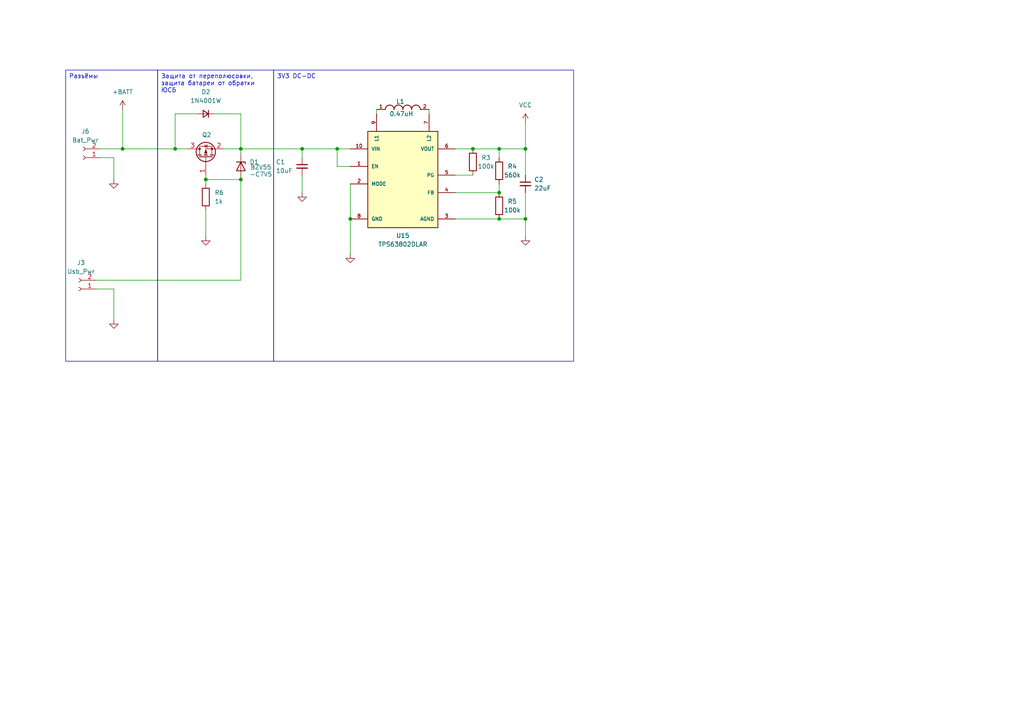
<source format=kicad_sch>
(kicad_sch (version 20250114) (generator "eeschema") (generator_version "9.0")
  (paper "A4")
  (title_block (title "Ornex Z-Lock") (date "2025-06-05") (rev "0.0.4") (company "Ornex") (comment 1 "Схема питания"))
  (lib_symbols
    (symbol "Connector:Conn_01x02_Socket" (pin_names (offset 1.016) (hide yes))
      (property "Reference" "J" (at 0 2.54 0))
      (property "Value" "Conn_01x02_Socket" (at 0 -5.08 0))
      (symbol "Conn_01x02_Socket_1_1"
        (polyline (pts (xy -1.27 0) (xy -0.508 0)) (stroke (width 0.1524)))
        (polyline (pts (xy -1.27 -2.54) (xy -0.508 -2.54)) (stroke (width 0.1524)))
        (arc (start 0 -0.508) (mid -0.5058 0) (end 0 0.508) (stroke (width 0.1524)))
        (arc (start 0 -3.048) (mid -0.5058 -2.54) (end 0 -2.032) (stroke (width 0.1524)))
        (pin passive line (at -5.08 0 0) (length 3.81) (name "Pin_1") (number "1"))
        (pin passive line (at -5.08 -2.54 0) (length 3.81) (name "Pin_2") (number "2"))
      )
    )
    (symbol "DFE201612E-2R2M_P2:DFE201612E-2R2M=P2" (pin_names (offset 1.016))
      (property "Reference" "L" (at -7.62 5.08 0))
      (property "Value" "DFE201612E-2R2M=P2" (at -7.62 2.54 0))
      (symbol "DFE201612E-2R2M=P2_0_0"
        (arc (start -5.08 0) (mid -3.81 1.2645) (end -2.54 0) (stroke (width 0.254)))
        (arc (start -2.54 0) (mid -1.27 1.2645) (end 0 0) (stroke (width 0.254)))
        (arc (start 0 0) (mid 1.27 1.2645) (end 2.54 0) (stroke (width 0.254)))
        (arc (start 2.54 0) (mid 3.81 1.2645) (end 5.08 0) (stroke (width 0.254)))
        (pin passive line (at -7.62 0 0) (length 2.54) (name "~") (number "1"))
        (pin passive line (at 7.62 0 180) (length 2.54) (name "~") (number "2"))
      )
    )
    (symbol "Device:C_Small" (pin_numbers (hide yes)) (pin_names (offset 0.254) (hide yes))
      (property "Reference" "C" (at 0.254 1.778 0))
      (property "Value" "C_Small" (at 0.254 -2.032 0))
      (symbol "C_Small_0_1"
        (polyline (pts (xy -1.524 0.508) (xy 1.524 0.508)) (stroke (width 0.3048)))
        (polyline (pts (xy -1.524 -0.508) (xy 1.524 -0.508)) (stroke (width 0.3302)))
      )
      (symbol "C_Small_1_1"
        (pin passive line (at 0 2.54 270) (length 2.032) (name "~") (number "1"))
        (pin passive line (at 0 -2.54 90) (length 2.032) (name "~") (number "2"))
      )
    )
    (symbol "Device:D_Small" (pin_numbers (hide yes)) (pin_names (offset 0.254) (hide yes))
      (property "Reference" "D" (at -1.27 2.032 0))
      (property "Value" "D_Small" (at -3.81 -2.032 0))
      (symbol "D_Small_0_1"
        (polyline (pts (xy -0.762 0) (xy 0.762 0)))
        (polyline (pts (xy -0.762 -1.016) (xy -0.762 1.016)) (stroke (width 0.254)))
        (polyline (pts (xy 0.762 -1.016) (xy -0.762 0) (xy 0.762 1.016) (xy 0.762 -1.016)) (stroke (width 0.254)))
      )
      (symbol "D_Small_1_1"
        (pin passive line (at -2.54 0 0) (length 1.778) (name "K") (number "1"))
        (pin passive line (at 2.54 0 180) (length 1.778) (name "A") (number "2"))
      )
    )
    (symbol "Device:D_Zener" (pin_numbers (hide yes)) (pin_names (offset 1.016) (hide yes))
      (property "Reference" "D" (at 0 2.54 0))
      (property "Value" "D_Zener" (at 0 -2.54 0))
      (symbol "D_Zener_0_1"
        (polyline (pts (xy -1.27 -1.27) (xy -1.27 1.27) (xy -0.762 1.27)) (stroke (width 0.254)))
        (polyline (pts (xy 1.27 0) (xy -1.27 0)))
        (polyline (pts (xy 1.27 -1.27) (xy 1.27 1.27) (xy -1.27 0) (xy 1.27 -1.27)) (stroke (width 0.254)))
      )
      (symbol "D_Zener_1_1"
        (pin passive line (at -3.81 0 0) (length 2.54) (name "K") (number "1"))
        (pin passive line (at 3.81 0 180) (length 2.54) (name "A") (number "2"))
      )
    )
    (symbol "Device:R" (pin_numbers (hide yes)) (pin_names (offset 0))
      (property "Reference" "R" (at 2.032 0 90))
      (property "Value" "R" (at 0 0 90))
      (symbol "R_0_1"
        (rectangle (start -1.016 -2.54) (end 1.016 2.54) (stroke (width 0.254)))
      )
      (symbol "R_1_1"
        (pin passive line (at 0 3.81 270) (length 1.27) (name "~") (number "1"))
        (pin passive line (at 0 -3.81 90) (length 1.27) (name "~") (number "2"))
      )
    )
    (symbol "OrnexParts:Si2323" (pin_names (hide yes))
      (property "Reference" "Q" (at 5.08 1.905 0))
      (property "Value" "Si2323" (at 5.08 0 0))
      (symbol "Si2323_0_1"
        (polyline (pts (xy 0.254 1.905) (xy 0.254 -1.905)) (stroke (width 0.254)))
        (polyline (pts (xy 0.254 0) (xy -2.54 0)))
        (polyline (pts (xy 0.762 2.286) (xy 0.762 1.27)) (stroke (width 0.254)))
        (polyline (pts (xy 0.762 1.778) (xy 3.302 1.778) (xy 3.302 -1.778) (xy 0.762 -1.778)))
        (polyline (pts (xy 0.762 0.508) (xy 0.762 -0.508)) (stroke (width 0.254)))
        (polyline (pts (xy 0.762 -1.27) (xy 0.762 -2.286)) (stroke (width 0.254)))
        (circle (center 1.651 0) (radius 2.794) (stroke (width 0.254)))
        (polyline (pts (xy 2.286 0) (xy 1.27 0.381) (xy 1.27 -0.381) (xy 2.286 0)) (fill (type outline)))
        (polyline (pts (xy 2.54 2.54) (xy 2.54 1.778)))
        (circle (center 2.54 1.778) (radius 0.254) (fill (type outline)))
        (circle (center 2.54 -1.778) (radius 0.254) (fill (type outline)))
        (polyline (pts (xy 2.54 -2.54) (xy 2.54 0) (xy 0.762 0)))
        (polyline (pts (xy 2.794 -0.508) (xy 2.921 -0.381) (xy 3.683 -0.381) (xy 3.81 -0.254)))
        (polyline (pts (xy 3.302 -0.381) (xy 2.921 0.254) (xy 3.683 0.254) (xy 3.302 -0.381)))
      )
      (symbol "Si2323_1_1"
        (pin input line (at -5.08 0 0) (length 2.54) (name "G") (number "1"))
        (pin passive line (at 2.54 5.08 270) (length 2.54) (name "D") (number "3"))
        (pin passive line (at 2.54 -5.08 90) (length 2.54) (name "S") (number "2"))
      )
    )
    (symbol "Project Symbols:TPS63802DLAR" (pin_names (offset 1.016))
      (property "Reference" "U" (at -10.16 13.97 0))
      (property "Value" "TPS63802DLAR" (at -7.62 -16.51 0))
      (symbol "TPS63802DLAR_0_0"
        (rectangle (start -10.16 12.7) (end 10.16 -15.24) (stroke (width 0.254)) (fill (type background)))
        (pin input line (at -15.24 7.62 0) (length 5.08) (name "VIN") (number "10"))
        (pin input line (at -15.24 2.54 0) (length 5.08) (name "EN") (number "1"))
        (pin input line (at -15.24 -2.54 0) (length 5.08) (name "MODE") (number "2"))
        (pin power_in line (at -15.24 -12.7 0) (length 5.08) (name "GND") (number "8"))
        (pin passive line (at 7.62 17.78 270) (length 5.08) (name "L2") (number "7"))
        (pin output line (at 15.24 7.62 180) (length 5.08) (name "VOUT") (number "6"))
        (pin output line (at 15.24 0 180) (length 5.08) (name "PG") (number "5"))
        (pin input line (at 15.24 -5.08 180) (length 5.08) (name "FB") (number "4"))
        (pin power_in line (at 15.24 -12.7 180) (length 5.08) (name "AGND") (number "3"))
      )
      (symbol "TPS63802DLAR_1_0"
        (pin passive line (at -7.62 17.78 270) (length 5.08) (name "L1") (number "9"))
      )
    )
    (symbol "power:+BATT" (power) (pin_numbers (hide yes)) (pin_names (offset 0) (hide yes))
      (property "Value" "+BATT" (at 0 3.556 0))
      (symbol "+BATT_0_1"
        (polyline (pts (xy -0.762 1.27) (xy 0 2.54)))
        (polyline (pts (xy 0 2.54) (xy 0.762 1.27)))
        (polyline (pts (xy 0 0) (xy 0 2.54)))
      )
      (symbol "+BATT_1_1"
        (pin power_in line (at 0 0 90) (length 0) (name "~") (number "1"))
      )
    )
    (symbol "power:GND" (power) (pin_numbers (hide yes)) (pin_names (offset 0) (hide yes))
      (property "Value" "GND" (at 0 -3.81 0))
      (symbol "GND_0_1"
        (polyline (pts (xy 0 0) (xy 0 -1.27) (xy 1.27 -1.27) (xy 0 -2.54) (xy -1.27 -1.27) (xy 0 -1.27)))
      )
      (symbol "GND_1_1"
        (pin power_in line (at 0 0 270) (length 0) (name "~") (number "1"))
      )
    )
    (symbol "power:VCC" (power) (pin_numbers (hide yes)) (pin_names (offset 0) (hide yes))
      (property "Value" "VCC" (at 0 3.556 0))
      (symbol "VCC_0_1"
        (polyline (pts (xy -0.762 1.27) (xy 0 2.54)))
        (polyline (pts (xy 0 2.54) (xy 0.762 1.27)))
        (polyline (pts (xy 0 0) (xy 0 2.54)))
      )
      (symbol "VCC_1_1"
        (pin power_in line (at 0 0 90) (length 0) (name "~") (number "1"))
      )
    )
  )
  (text_box "Защита от переполюсовки, защита батареи от обратки ЮСБ" (at 45.72 20.32 0) (size 33.655 84.455) (margins 0.9525 0.9525 0.9525 0.9525) (effects (font (size 1.27 1.27)) (justify left top)))
  (text_box "Разъёмы" (at 19.05 20.32 0) (size 26.67 84.455) (margins 0.9525 0.9525 0.9525 0.9525) (effects (font (size 1.27 1.27)) (justify left top)))
  (text_box "3V3 DC-DC" (at 79.375 20.32 0) (size 86.995 84.455) (margins 0.9525 0.9525 0.9525 0.9525) (effects (font (size 1.27 1.27)) (justify left top)))
  (junction (at 152.4 63.5))
  (junction (at 101.6 63.5))
  (junction (at 87.63 43.18))
  (junction (at 35.56 43.18))
  (junction (at 144.78 55.88))
  (junction (at 50.8 43.18))
  (junction (at 69.85 52.07))
  (junction (at 97.79 43.18))
  (junction (at 152.4 43.18))
  (junction (at 69.85 43.18))
  (junction (at 137.16 43.18))
  (junction (at 144.78 43.18))
  (junction (at 59.69 52.07))
  (junction (at 144.78 63.5))
  (wire (pts (xy 69.85 81.28) (xy 69.85 52.07)))
  (wire (pts (xy 33.02 83.82) (xy 27.94 83.82)))
  (wire (pts (xy 59.69 52.07) (xy 59.69 53.34)))
  (wire (pts (xy 35.56 43.18) (xy 50.8 43.18)))
  (wire (pts (xy 152.4 35.56) (xy 152.4 43.18)))
  (wire (pts (xy 35.56 31.75) (xy 35.56 43.18)))
  (wire (pts (xy 87.63 50.8) (xy 87.63 55.88)))
  (wire (pts (xy 29.21 43.18) (xy 35.56 43.18)))
  (wire (pts (xy 69.85 33.02) (xy 69.85 43.18)))
  (wire (pts (xy 132.08 63.5) (xy 144.78 63.5)))
  (wire (pts (xy 132.08 50.8) (xy 137.16 50.8)))
  (wire (pts (xy 137.16 43.18) (xy 144.78 43.18)))
  (wire (pts (xy 152.4 55.88) (xy 152.4 63.5)))
  (wire (pts (xy 101.6 48.26) (xy 97.79 48.26)))
  (wire (pts (xy 109.22 31.75) (xy 109.22 33.02)))
  (wire (pts (xy 144.78 53.34) (xy 144.78 55.88)))
  (wire (pts (xy 132.08 55.88) (xy 144.78 55.88)))
  (wire (pts (xy 59.69 60.96) (xy 59.69 68.58)))
  (wire (pts (xy 87.63 43.18) (xy 87.63 45.72)))
  (wire (pts (xy 59.69 52.07) (xy 69.85 52.07)))
  (wire (pts (xy 62.23 33.02) (xy 69.85 33.02)))
  (wire (pts (xy 33.02 45.72) (xy 29.21 45.72)))
  (wire (pts (xy 50.8 33.02) (xy 50.8 43.18)))
  (wire (pts (xy 97.79 48.26) (xy 97.79 43.18)))
  (wire (pts (xy 101.6 53.34) (xy 101.6 63.5)))
  (wire (pts (xy 144.78 43.18) (xy 152.4 43.18)))
  (wire (pts (xy 101.6 63.5) (xy 101.6 73.66)))
  (wire (pts (xy 69.85 43.18) (xy 87.63 43.18)))
  (wire (pts (xy 152.4 43.18) (xy 152.4 50.8)))
  (wire (pts (xy 33.02 52.07) (xy 33.02 45.72)))
  (wire (pts (xy 132.08 43.18) (xy 137.16 43.18)))
  (wire (pts (xy 124.46 31.75) (xy 124.46 33.02)))
  (wire (pts (xy 57.15 33.02) (xy 50.8 33.02)))
  (wire (pts (xy 27.94 81.28) (xy 69.85 81.28)))
  (wire (pts (xy 87.63 43.18) (xy 97.79 43.18)))
  (wire (pts (xy 59.69 50.8) (xy 59.69 52.07)))
  (wire (pts (xy 97.79 43.18) (xy 101.6 43.18)))
  (wire (pts (xy 69.85 43.18) (xy 69.85 44.45)))
  (wire (pts (xy 152.4 63.5) (xy 152.4 68.58)))
  (wire (pts (xy 64.77 43.18) (xy 69.85 43.18)))
  (wire (pts (xy 50.8 43.18) (xy 54.61 43.18)))
  (wire (pts (xy 144.78 45.72) (xy 144.78 43.18)))
  (wire (pts (xy 144.78 63.5) (xy 152.4 63.5)))
  (wire (pts (xy 33.02 92.71) (xy 33.02 83.82)))
  (symbol (lib_id "power:GND") (at 33.02 52.07 0) (unit 1)
    (property "Reference" "#PWR013" (effects (hide yes)))
    (property "Value" "GND" (effects (hide yes)))
    (property "Description" "Power symbol creates a global label with name \"GND\" , ground" (effects (hide yes)))
  )
  (symbol (lib_id "Connector:Conn_01x02_Socket") (at 22.86 83.82 180) (unit 1)
    (property "Reference" "J3" (at 23.495 76.2 0))
    (property "Value" "Usb_Pwr" (at 23.495 78.74 0))
    (property "Footprint" "Connector_Molex:Molex_PicoBlade_53398-0271_1x02-1MP_P1.25mm_Vertical" (effects (hide yes)))
    (property "Description" "Generic connector, single row, 01x02, script generated" (effects (hide yes)))
  )
  (symbol (lib_id "Device:R") (at 59.69 57.15 0) (unit 1)
    (property "Reference" "R6" (at 62.23 55.8799 0) (effects (justify left)))
    (property "Value" "1k" (at 62.23 58.4199 0) (effects (justify left)))
    (property "Footprint" "Resistor_SMD:R_0805_2012Metric_Pad1.20x1.40mm_HandSolder" (effects (hide yes)))
    (property "Description" "Resistor" (effects (hide yes)))
  )
  (symbol (lib_id "power:GND") (at 87.63 55.88 0) (unit 1)
    (property "Reference" "#PWR016" (effects (hide yes)))
    (property "Value" "GND" (effects (hide yes)))
  )
  (symbol (lib_id "Project Symbols:TPS63802DLAR") (at 116.84 50.8 0) (unit 1)
    (property "Reference" "U15" (at 116.84 68.326 0))
    (property "Value" "TPS63802DLAR" (at 116.84 70.866 0))
    (property "Footprint" "Project Footprints:TPS63802DLAR" (effects (hide yes)))
    (property "LCSC Part #" "C2845237" (effects (hide yes)))
  )
  (symbol (lib_id "power:GND") (at 33.02 92.71 0) (unit 1)
    (property "Reference" "#PWR014" (effects (hide yes)))
    (property "Value" "GND" (effects (hide yes)))
    (property "Description" "Power symbol creates a global label with name \"GND\" , ground" (effects (hide yes)))
  )
  (symbol (lib_id "Device:R") (at 137.16 46.99 0) (unit 1)
    (property "Reference" "R3" (at 140.97 45.72 0))
    (property "Value" "100k" (at 140.97 48.26 0))
    (property "Footprint" "Resistor_SMD:R_0805_2012Metric_Pad1.20x1.40mm_HandSolder" (effects (hide yes)))
    (property "LCSC Part #" "C25803" (effects (hide yes)))
  )
  (symbol (lib_id "DFE201612E-2R2M_P2:DFE201612E-2R2M=P2") (at 116.84 31.75 0) (unit 1)
    (property "Reference" "L1" (at 117.348 29.464 0) (effects (justify right)))
    (property "Value" "0.47uH" (at 119.888 33.02 0) (effects (justify right)))
    (property "Footprint" "Project Footprints:INDC2016X120N" (effects (hide yes)))
    (property "LCSC Part #" "C668312" (effects (hide yes)))
  )
  (symbol (lib_id "power:VCC") (at 152.4 35.56 0) (unit 1)
    (property "Reference" "#PWR015" (effects (hide yes)))
    (property "Value" "VCC" (at 152.4 30.48 0))
    (property "Description" "Power symbol creates a global label with name \"VCC\"" (effects (hide yes)))
  )
  (symbol (lib_id "power:GND") (at 101.6 73.66 0) (unit 1)
    (property "Reference" "#PWR017" (effects (hide yes)))
    (property "Value" "GND" (effects (hide yes)))
  )
  (symbol (lib_id "OrnexParts:Si2323") (at 59.69 45.72 90) (unit 1)
    (property "Reference" "Q2" (at 59.944 39.116 90))
    (property "Value" "Si2323" (effects (hide yes)))
    (property "Footprint" "Package_TO_SOT_SMD:SOT-23" (effects (hide yes)))
    (property "Datasheet" "http://www.vishay.com/docs/66709/si2319cd.pdf" (effects (hide yes)))
    (property "Description" "-4.4A Id, -40V Vds, P-Channel MOSFET, SOT-23" (effects (hide yes)))
  )
  (symbol (lib_id "Device:R") (at 144.78 49.53 0) (unit 1)
    (property "Reference" "R4" (at 148.59 48.26 0))
    (property "Value" "560k" (at 148.59 50.8 0))
    (property "Footprint" "Resistor_SMD:R_0805_2012Metric_Pad1.20x1.40mm_HandSolder" (effects (hide yes)))
    (property "LCSC Part #" "C101109" (effects (hide yes)))
  )
  (symbol (lib_id "power:GND") (at 59.69 68.58 0) (unit 1)
    (property "Reference" "#PWR018" (effects (hide yes)))
    (property "Value" "GND" (effects (hide yes)))
    (property "Description" "Power symbol creates a global label with name \"GND\" , ground" (effects (hide yes)))
  )
  (symbol (lib_id "power:+BATT") (at 35.56 31.75 0) (unit 1)
    (property "Reference" "#PWR020" (effects (hide yes)))
    (property "Value" "+BATT" (at 35.56 26.67 0))
    (property "Description" "Power symbol creates a global label with name \"+BATT\"" (effects (hide yes)))
  )
  (symbol (lib_id "Device:D_Zener") (at 69.85 48.26 270) (unit 1)
    (property "Reference" "D1" (at 72.39 46.9899 90) (effects (justify left)))
    (property "Value" "BZV55\n-C7V5" (at 72.39 49.5299 90) (effects (justify left)))
    (property "Footprint" "Diode_SMD:D_MiniMELF_Handsoldering" (effects (hide yes)))
    (property "Description" "Zener diode" (effects (hide yes)))
  )
  (symbol (lib_id "power:GND") (at 152.4 68.58 0) (unit 1)
    (property "Reference" "#PWR019" (effects (hide yes)))
    (property "Value" "GND" (effects (hide yes)))
  )
  (symbol (lib_id "Device:C_Small") (at 152.4 53.34 0) (unit 1)
    (property "Reference" "C2" (at 154.94 52.07 0) (effects (justify left)))
    (property "Value" "22uF" (at 154.94 54.61 0) (effects (justify left)))
    (property "Footprint" "Capacitor_SMD:C_0805_2012Metric_Pad1.18x1.45mm_HandSolder" (effects (hide yes)))
    (property "LCSC Part #" "C59461" (effects (hide yes)))
  )
  (symbol (lib_id "Device:D_Small") (at 59.69 33.02 180) (unit 1)
    (property "Reference" "D2" (at 59.69 26.67 0))
    (property "Value" "1N4001W" (at 59.69 29.21 0))
    (property "Footprint" "Diode_SMD:D_SOD-123F" (effects (hide yes)))
    (property "Description" "Diode, small symbol" (effects (hide yes)))
    (property "Sim.Device" "D" (effects (hide yes)))
    (property "Sim.Pins" "1=K 2=A" (effects (hide yes)))
  )
  (symbol (lib_id "Connector:Conn_01x02_Socket") (at 24.13 45.72 180) (unit 1)
    (property "Reference" "J6" (at 24.765 38.1 0))
    (property "Value" "Bat_Pwr" (at 24.765 40.64 0))
    (property "Footprint" "Connector_Molex:Molex_PicoBlade_53398-0271_1x02-1MP_P1.25mm_Vertical" (effects (hide yes)))
    (property "Description" "Generic connector, single row, 01x02, script generated" (effects (hide yes)))
  )
  (symbol (lib_id "Device:C_Small") (at 87.63 48.26 0) (unit 1)
    (property "Reference" "C1" (at 80.01 46.99 0) (effects (justify left)))
    (property "Value" "10uF" (at 80.01 49.53 0) (effects (justify left)))
    (property "Footprint" "Capacitor_SMD:C_0805_2012Metric_Pad1.18x1.45mm_HandSolder" (effects (hide yes)))
    (property "LCSC Part #" "C19702" (effects (hide yes)))
  )
  (symbol (lib_id "Device:R") (at 144.78 59.69 0) (unit 1)
    (property "Reference" "R5" (at 148.59 58.42 0))
    (property "Value" "100k" (at 148.59 60.96 0))
    (property "Footprint" "Resistor_SMD:R_0805_2012Metric_Pad1.20x1.40mm_HandSolder" (effects (hide yes)))
    (property "LCSC Part #" "C25803" (effects (hide yes)))
  )
)
</source>
